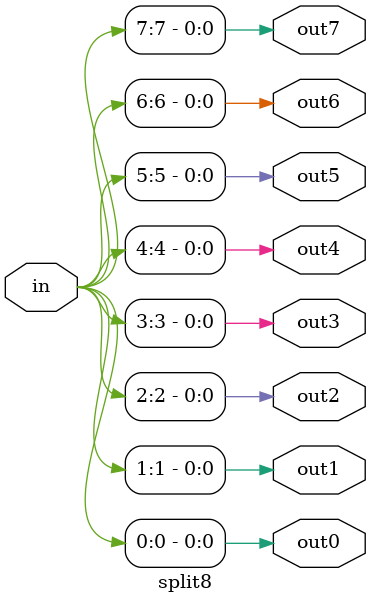
<source format=v>
`timescale 1ns / 1ps


module split8(
input   [7:0] in    ,
output         out0  , 
output         out1  , 
output         out2  , 
output         out3  ,
output         out4  ,
output         out5  ,
output         out6  ,
output         out7  

   


);
    
    
    
assign  out0   = in[0    ];
assign  out1   = in[1    ];
assign  out2   = in[2    ];
assign  out3   = in[3    ];
assign  out4   = in[4    ];
assign  out5   = in[5    ];
assign  out6   = in[6    ];
assign  out7   = in[7    ];
    
    
    
    
    
    
endmodule

</source>
